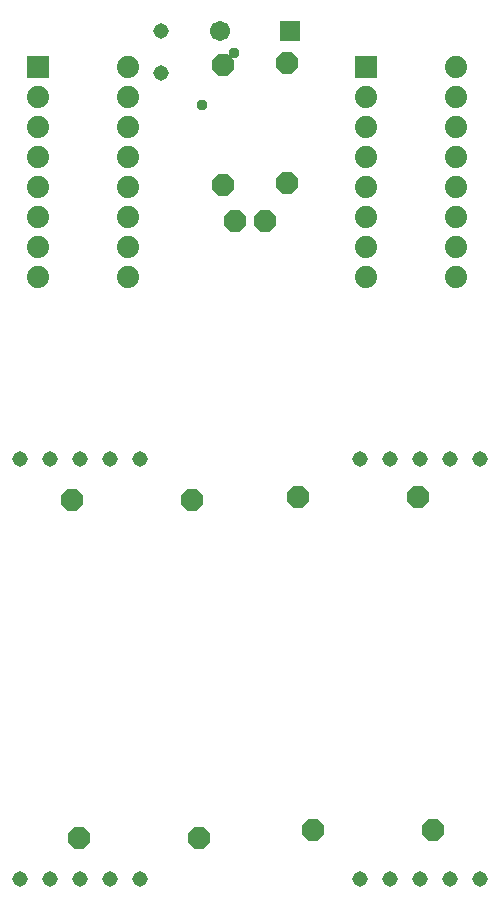
<source format=gbs>
G75*
%MOIN*%
%OFA0B0*%
%FSLAX25Y25*%
%IPPOS*%
%LPD*%
%AMOC8*
5,1,8,0,0,1.08239X$1,22.5*
%
%ADD10OC8,0.07100*%
%ADD11OC8,0.07400*%
%ADD12C,0.05162*%
%ADD13R,0.07400X0.07400*%
%ADD14C,0.07400*%
%ADD15C,0.06706*%
%ADD16R,0.06706X0.06706*%
%ADD17C,0.03778*%
D10*
X0088835Y0244740D03*
X0098835Y0244740D03*
D11*
X0106079Y0257575D03*
X0084898Y0256787D03*
X0084898Y0296787D03*
X0106079Y0297575D03*
X0109937Y0153008D03*
X0074346Y0151827D03*
X0034346Y0151827D03*
X0036709Y0039150D03*
X0076709Y0039150D03*
X0114661Y0041906D03*
X0154661Y0041906D03*
X0149937Y0153008D03*
D12*
X0017024Y0025685D03*
X0027024Y0025685D03*
X0037024Y0025685D03*
X0047024Y0025685D03*
X0057024Y0025685D03*
X0130409Y0025685D03*
X0140409Y0025685D03*
X0150409Y0025685D03*
X0160409Y0025685D03*
X0170409Y0025685D03*
X0170409Y0165685D03*
X0160409Y0165685D03*
X0150409Y0165685D03*
X0140409Y0165685D03*
X0130409Y0165685D03*
X0057024Y0165685D03*
X0047024Y0165685D03*
X0037024Y0165685D03*
X0027024Y0165685D03*
X0017024Y0165685D03*
X0063992Y0294307D03*
X0063992Y0308087D03*
D13*
X0023047Y0296118D03*
X0132339Y0296118D03*
D14*
X0132339Y0286118D03*
X0132339Y0276118D03*
X0132339Y0266118D03*
X0132339Y0256118D03*
X0132339Y0246118D03*
X0132339Y0236118D03*
X0132339Y0226118D03*
X0162339Y0226118D03*
X0162339Y0236118D03*
X0162339Y0246118D03*
X0162339Y0256118D03*
X0162339Y0266118D03*
X0162339Y0276118D03*
X0162339Y0286118D03*
X0162339Y0296118D03*
X0053047Y0296118D03*
X0053047Y0286118D03*
X0053047Y0276118D03*
X0053047Y0266118D03*
X0053047Y0256118D03*
X0053047Y0246118D03*
X0053047Y0236118D03*
X0053047Y0226118D03*
X0023047Y0226118D03*
X0023047Y0236118D03*
X0023047Y0246118D03*
X0023047Y0256118D03*
X0023047Y0266118D03*
X0023047Y0276118D03*
X0023047Y0286118D03*
D15*
X0083677Y0308087D03*
D16*
X0107299Y0308087D03*
D17*
X0088600Y0301000D03*
X0077800Y0283600D03*
M02*

</source>
